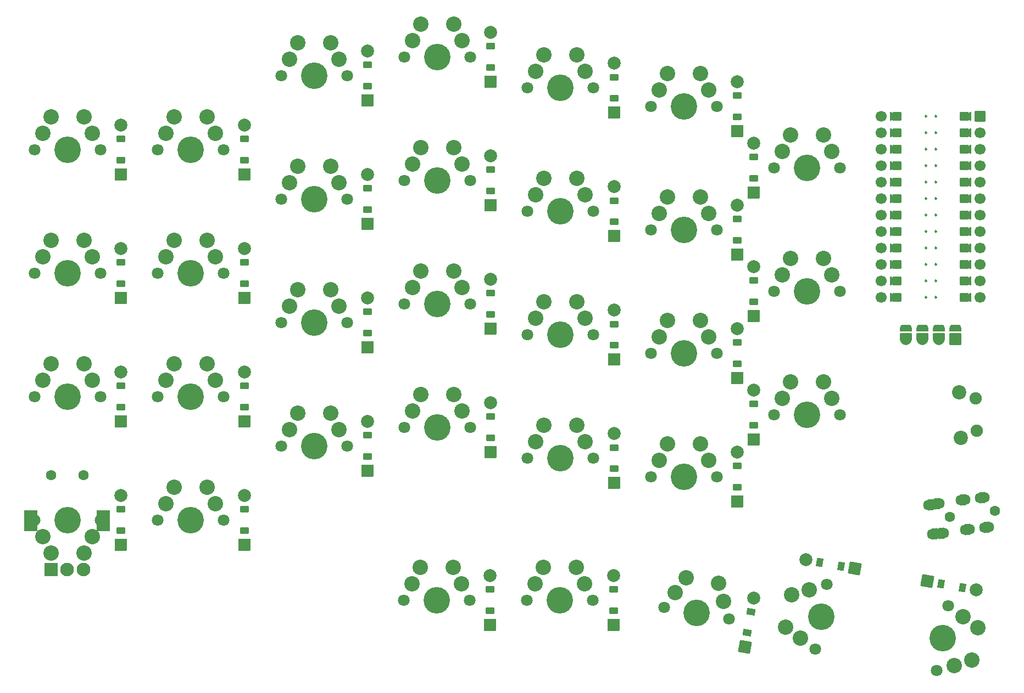
<source format=gbs>
G04 #@! TF.GenerationSoftware,KiCad,Pcbnew,6.0.5-a6ca702e91~116~ubuntu20.04.1*
G04 #@! TF.CreationDate,2022-08-09T06:44:49+00:00*
G04 #@! TF.ProjectId,spleeb,73706c65-6562-42e6-9b69-6361645f7063,v1.0.0*
G04 #@! TF.SameCoordinates,Original*
G04 #@! TF.FileFunction,Soldermask,Bot*
G04 #@! TF.FilePolarity,Negative*
%FSLAX46Y46*%
G04 Gerber Fmt 4.6, Leading zero omitted, Abs format (unit mm)*
G04 Created by KiCad (PCBNEW 6.0.5-a6ca702e91~116~ubuntu20.04.1) date 2022-08-09 06:44:49*
%MOMM*%
%LPD*%
G01*
G04 APERTURE LIST*
G04 Aperture macros list*
%AMRoundRect*
0 Rectangle with rounded corners*
0 $1 Rounding radius*
0 $2 $3 $4 $5 $6 $7 $8 $9 X,Y pos of 4 corners*
0 Add a 4 corners polygon primitive as box body*
4,1,4,$2,$3,$4,$5,$6,$7,$8,$9,$2,$3,0*
0 Add four circle primitives for the rounded corners*
1,1,$1+$1,$2,$3*
1,1,$1+$1,$4,$5*
1,1,$1+$1,$6,$7*
1,1,$1+$1,$8,$9*
0 Add four rect primitives between the rounded corners*
20,1,$1+$1,$2,$3,$4,$5,0*
20,1,$1+$1,$4,$5,$6,$7,0*
20,1,$1+$1,$6,$7,$8,$9,0*
20,1,$1+$1,$8,$9,$2,$3,0*%
%AMHorizOval*
0 Thick line with rounded ends*
0 $1 width*
0 $2 $3 position (X,Y) of the first rounded end (center of the circle)*
0 $4 $5 position (X,Y) of the second rounded end (center of the circle)*
0 Add line between two ends*
20,1,$1,$2,$3,$4,$5,0*
0 Add two circle primitives to create the rounded ends*
1,1,$1,$2,$3*
1,1,$1,$4,$5*%
%AMFreePoly0*
4,1,14,0.635355,0.435355,0.650000,0.400000,0.650000,0.200000,0.635355,0.164645,0.035355,-0.435355,0.000000,-0.450000,-0.035355,-0.435355,-0.635355,0.164645,-0.650000,0.200000,-0.650000,0.400000,-0.635355,0.435355,-0.600000,0.450000,0.600000,0.450000,0.635355,0.435355,0.635355,0.435355,$1*%
%AMFreePoly1*
4,1,16,0.635355,1.035355,0.650000,1.000000,0.650000,-0.250000,0.635355,-0.285355,0.600000,-0.300000,-0.600000,-0.300000,-0.635355,-0.285355,-0.650000,-0.250000,-0.650000,1.000000,-0.635355,1.035355,-0.600000,1.050000,-0.564645,1.035355,0.000000,0.470710,0.564645,1.035355,0.600000,1.050000,0.635355,1.035355,0.635355,1.035355,$1*%
%AMFreePoly2*
4,1,37,0.535355,0.885355,0.550000,0.850000,0.550000,-0.850000,0.535355,-0.885355,0.500000,-0.900000,0.000000,-0.900000,-0.012524,-0.894812,-0.080857,-0.893560,-0.094851,-0.891293,-0.230166,-0.849018,-0.242962,-0.842915,-0.360972,-0.764360,-0.371540,-0.754911,-0.462760,-0.646392,-0.470252,-0.634356,-0.527347,-0.504597,-0.531159,-0.490943,-0.548742,-0.356483,-0.547388,-0.356306,-0.550000,-0.350000,
-0.550000,0.350000,-0.549522,0.351153,-0.549368,0.363802,-0.527557,0.503879,-0.523412,0.517435,-0.463164,0.645760,-0.455381,0.657609,-0.361537,0.763867,-0.350741,0.773055,-0.230846,0.848703,-0.217905,0.854492,-0.081598,0.893449,-0.067552,0.895373,-0.011991,0.895033,0.000000,0.900000,0.500000,0.900000,0.535355,0.885355,0.535355,0.885355,$1*%
%AMFreePoly3*
4,1,41,0.003401,0.899884,0.118759,0.892020,0.127454,0.890651,0.305599,0.846234,0.315735,0.842505,0.480187,0.760871,0.489285,0.755052,0.632371,0.640008,0.640008,0.632371,0.755052,0.489285,0.760871,0.480187,0.842505,0.315735,0.846234,0.305599,0.890651,0.127454,0.892020,0.118759,0.899884,0.003401,0.899884,-0.003401,0.892020,-0.118759,0.890651,-0.127454,0.846234,-0.305599,
0.842505,-0.315735,0.760871,-0.480187,0.755052,-0.489285,0.640008,-0.632371,0.632371,-0.640008,0.489285,-0.755052,0.480187,-0.760871,0.315735,-0.842505,0.305599,-0.846234,0.127454,-0.890651,0.118759,-0.892020,0.003401,-0.899884,0.000000,-0.900000,-0.850000,-0.900000,-0.885355,-0.885355,-0.900000,-0.850000,-0.900000,0.850000,-0.885355,0.885355,-0.850000,0.900000,0.000000,0.900000,
0.003401,0.899884,0.003401,0.899884,$1*%
G04 Aperture macros list end*
%ADD10C,0.250000*%
%ADD11C,0.100000*%
%ADD12C,4.087800*%
%ADD13C,1.801800*%
%ADD14C,2.386000*%
%ADD15RoundRect,0.050000X-0.547352X-0.512743X0.338975X-0.669026X0.547352X0.512743X-0.338975X0.669026X0*%
%ADD16C,2.005000*%
%ADD17RoundRect,0.050000X-1.029867X-0.721121X0.721121X-1.029867X1.029867X0.721121X-0.721121X1.029867X0*%
%ADD18RoundRect,0.050000X0.600000X-0.450000X0.600000X0.450000X-0.600000X0.450000X-0.600000X-0.450000X0*%
%ADD19RoundRect,0.050000X0.889000X-0.889000X0.889000X0.889000X-0.889000X0.889000X-0.889000X-0.889000X0*%
%ADD20R,2.000000X3.200000*%
%ADD21C,1.600000*%
%ADD22RoundRect,0.050000X1.000000X-1.000000X1.000000X1.000000X-1.000000X1.000000X-1.000000X-1.000000X0*%
%ADD23C,2.100000*%
%ADD24HorizOval,1.700000X-0.297260X-0.040455X0.297260X0.040455X0*%
%ADD25C,1.700000*%
%ADD26FreePoly0,90.000000*%
%ADD27FreePoly0,270.000000*%
%ADD28RoundRect,0.050000X-0.800000X0.800000X-0.800000X-0.800000X0.800000X-0.800000X0.800000X0.800000X0*%
%ADD29FreePoly1,90.000000*%
%ADD30FreePoly1,270.000000*%
%ADD31FreePoly2,270.000000*%
%ADD32RoundRect,0.050000X-0.850000X0.850000X-0.850000X-0.850000X0.850000X-0.850000X0.850000X0.850000X0*%
%ADD33FreePoly3,270.000000*%
%ADD34C,1.900000*%
%ADD35C,2.200000*%
%ADD36RoundRect,0.050000X0.547352X0.512743X-0.338975X0.669026X-0.547352X-0.512743X0.338975X-0.669026X0*%
%ADD37RoundRect,0.050000X1.029867X0.721121X-0.721121X1.029867X-1.029867X-0.721121X0.721121X-1.029867X0*%
%ADD38RoundRect,0.050000X0.512743X-0.547352X0.669026X0.338975X-0.512743X0.547352X-0.669026X-0.338975X0*%
%ADD39RoundRect,0.050000X0.721121X-1.029867X1.029867X0.721121X-0.721121X1.029867X-1.029867X-0.721121X0*%
G04 APERTURE END LIST*
D10*
G04 #@! TO.C,MCU1*
X132413000Y52127500D02*
G75*
G03*
X132413000Y52127500I-125000J0D01*
G01*
X132413000Y57207500D02*
G75*
G03*
X132413000Y57207500I-125000J0D01*
G01*
X132413000Y49587500D02*
G75*
G03*
X132413000Y49587500I-125000J0D01*
G01*
X132413000Y62287500D02*
G75*
G03*
X132413000Y62287500I-125000J0D01*
G01*
X133937000Y57207500D02*
G75*
G03*
X133937000Y57207500I-125000J0D01*
G01*
X132413000Y39427500D02*
G75*
G03*
X132413000Y39427500I-125000J0D01*
G01*
X132413000Y44507500D02*
G75*
G03*
X132413000Y44507500I-125000J0D01*
G01*
X133937000Y34347500D02*
G75*
G03*
X133937000Y34347500I-125000J0D01*
G01*
X133937000Y52127500D02*
G75*
G03*
X133937000Y52127500I-125000J0D01*
G01*
X133937000Y62287500D02*
G75*
G03*
X133937000Y62287500I-125000J0D01*
G01*
X132413000Y59747500D02*
G75*
G03*
X132413000Y59747500I-125000J0D01*
G01*
X132413000Y36887500D02*
G75*
G03*
X132413000Y36887500I-125000J0D01*
G01*
X132413000Y34347500D02*
G75*
G03*
X132413000Y34347500I-125000J0D01*
G01*
X133937000Y41967500D02*
G75*
G03*
X133937000Y41967500I-125000J0D01*
G01*
X132413000Y41967500D02*
G75*
G03*
X132413000Y41967500I-125000J0D01*
G01*
X133937000Y54667500D02*
G75*
G03*
X133937000Y54667500I-125000J0D01*
G01*
X132413000Y47047500D02*
G75*
G03*
X132413000Y47047500I-125000J0D01*
G01*
X132413000Y54667500D02*
G75*
G03*
X132413000Y54667500I-125000J0D01*
G01*
X133937000Y49587500D02*
G75*
G03*
X133937000Y49587500I-125000J0D01*
G01*
X133937000Y36887500D02*
G75*
G03*
X133937000Y36887500I-125000J0D01*
G01*
X133937000Y39427500D02*
G75*
G03*
X133937000Y39427500I-125000J0D01*
G01*
X133937000Y44507500D02*
G75*
G03*
X133937000Y44507500I-125000J0D01*
G01*
X133937000Y59747500D02*
G75*
G03*
X133937000Y59747500I-125000J0D01*
G01*
X133937000Y47047500D02*
G75*
G03*
X133937000Y47047500I-125000J0D01*
G01*
G36*
X139146000Y56699500D02*
G01*
X138130000Y56699500D01*
X138130000Y57715500D01*
X139146000Y57715500D01*
X139146000Y56699500D01*
G37*
D11*
X139146000Y56699500D02*
X138130000Y56699500D01*
X138130000Y57715500D01*
X139146000Y57715500D01*
X139146000Y56699500D01*
G36*
X139146000Y61779500D02*
G01*
X138130000Y61779500D01*
X138130000Y62795500D01*
X139146000Y62795500D01*
X139146000Y61779500D01*
G37*
X139146000Y61779500D02*
X138130000Y61779500D01*
X138130000Y62795500D01*
X139146000Y62795500D01*
X139146000Y61779500D01*
G36*
X139146000Y36379500D02*
G01*
X138130000Y36379500D01*
X138130000Y37395500D01*
X139146000Y37395500D01*
X139146000Y36379500D01*
G37*
X139146000Y36379500D02*
X138130000Y36379500D01*
X138130000Y37395500D01*
X139146000Y37395500D01*
X139146000Y36379500D01*
G36*
X139146000Y38919500D02*
G01*
X138130000Y38919500D01*
X138130000Y39935500D01*
X139146000Y39935500D01*
X139146000Y38919500D01*
G37*
X139146000Y38919500D02*
X138130000Y38919500D01*
X138130000Y39935500D01*
X139146000Y39935500D01*
X139146000Y38919500D01*
G36*
X127970000Y51619500D02*
G01*
X126954000Y51619500D01*
X126954000Y52635500D01*
X127970000Y52635500D01*
X127970000Y51619500D01*
G37*
X127970000Y51619500D02*
X126954000Y51619500D01*
X126954000Y52635500D01*
X127970000Y52635500D01*
X127970000Y51619500D01*
G36*
X139146000Y59239500D02*
G01*
X138130000Y59239500D01*
X138130000Y60255500D01*
X139146000Y60255500D01*
X139146000Y59239500D01*
G37*
X139146000Y59239500D02*
X138130000Y59239500D01*
X138130000Y60255500D01*
X139146000Y60255500D01*
X139146000Y59239500D01*
G36*
X127970000Y38919500D02*
G01*
X126954000Y38919500D01*
X126954000Y39935500D01*
X127970000Y39935500D01*
X127970000Y38919500D01*
G37*
X127970000Y38919500D02*
X126954000Y38919500D01*
X126954000Y39935500D01*
X127970000Y39935500D01*
X127970000Y38919500D01*
G36*
X139146000Y33839500D02*
G01*
X138130000Y33839500D01*
X138130000Y34855500D01*
X139146000Y34855500D01*
X139146000Y33839500D01*
G37*
X139146000Y33839500D02*
X138130000Y33839500D01*
X138130000Y34855500D01*
X139146000Y34855500D01*
X139146000Y33839500D01*
G36*
X139146000Y43999500D02*
G01*
X138130000Y43999500D01*
X138130000Y45015500D01*
X139146000Y45015500D01*
X139146000Y43999500D01*
G37*
X139146000Y43999500D02*
X138130000Y43999500D01*
X138130000Y45015500D01*
X139146000Y45015500D01*
X139146000Y43999500D01*
G36*
X127970000Y46539500D02*
G01*
X126954000Y46539500D01*
X126954000Y47555500D01*
X127970000Y47555500D01*
X127970000Y46539500D01*
G37*
X127970000Y46539500D02*
X126954000Y46539500D01*
X126954000Y47555500D01*
X127970000Y47555500D01*
X127970000Y46539500D01*
G36*
X139146000Y41459500D02*
G01*
X138130000Y41459500D01*
X138130000Y42475500D01*
X139146000Y42475500D01*
X139146000Y41459500D01*
G37*
X139146000Y41459500D02*
X138130000Y41459500D01*
X138130000Y42475500D01*
X139146000Y42475500D01*
X139146000Y41459500D01*
G36*
X127970000Y61779500D02*
G01*
X126954000Y61779500D01*
X126954000Y62795500D01*
X127970000Y62795500D01*
X127970000Y61779500D01*
G37*
X127970000Y61779500D02*
X126954000Y61779500D01*
X126954000Y62795500D01*
X127970000Y62795500D01*
X127970000Y61779500D01*
G36*
X127970000Y54159500D02*
G01*
X126954000Y54159500D01*
X126954000Y55175500D01*
X127970000Y55175500D01*
X127970000Y54159500D01*
G37*
X127970000Y54159500D02*
X126954000Y54159500D01*
X126954000Y55175500D01*
X127970000Y55175500D01*
X127970000Y54159500D01*
G36*
X127970000Y41459500D02*
G01*
X126954000Y41459500D01*
X126954000Y42475500D01*
X127970000Y42475500D01*
X127970000Y41459500D01*
G37*
X127970000Y41459500D02*
X126954000Y41459500D01*
X126954000Y42475500D01*
X127970000Y42475500D01*
X127970000Y41459500D01*
G36*
X127970000Y59239500D02*
G01*
X126954000Y59239500D01*
X126954000Y60255500D01*
X127970000Y60255500D01*
X127970000Y59239500D01*
G37*
X127970000Y59239500D02*
X126954000Y59239500D01*
X126954000Y60255500D01*
X127970000Y60255500D01*
X127970000Y59239500D01*
G36*
X127970000Y33839500D02*
G01*
X126954000Y33839500D01*
X126954000Y34855500D01*
X127970000Y34855500D01*
X127970000Y33839500D01*
G37*
X127970000Y33839500D02*
X126954000Y33839500D01*
X126954000Y34855500D01*
X127970000Y34855500D01*
X127970000Y33839500D01*
G36*
X139146000Y51619500D02*
G01*
X138130000Y51619500D01*
X138130000Y52635500D01*
X139146000Y52635500D01*
X139146000Y51619500D01*
G37*
X139146000Y51619500D02*
X138130000Y51619500D01*
X138130000Y52635500D01*
X139146000Y52635500D01*
X139146000Y51619500D01*
G36*
X127970000Y36379500D02*
G01*
X126954000Y36379500D01*
X126954000Y37395500D01*
X127970000Y37395500D01*
X127970000Y36379500D01*
G37*
X127970000Y36379500D02*
X126954000Y36379500D01*
X126954000Y37395500D01*
X127970000Y37395500D01*
X127970000Y36379500D01*
G36*
X127970000Y49079500D02*
G01*
X126954000Y49079500D01*
X126954000Y50095500D01*
X127970000Y50095500D01*
X127970000Y49079500D01*
G37*
X127970000Y49079500D02*
X126954000Y49079500D01*
X126954000Y50095500D01*
X127970000Y50095500D01*
X127970000Y49079500D01*
G36*
X139146000Y49079500D02*
G01*
X138130000Y49079500D01*
X138130000Y50095500D01*
X139146000Y50095500D01*
X139146000Y49079500D01*
G37*
X139146000Y49079500D02*
X138130000Y49079500D01*
X138130000Y50095500D01*
X139146000Y50095500D01*
X139146000Y49079500D01*
G36*
X127970000Y56699500D02*
G01*
X126954000Y56699500D01*
X126954000Y57715500D01*
X127970000Y57715500D01*
X127970000Y56699500D01*
G37*
X127970000Y56699500D02*
X126954000Y56699500D01*
X126954000Y57715500D01*
X127970000Y57715500D01*
X127970000Y56699500D01*
G36*
X139146000Y54159500D02*
G01*
X138130000Y54159500D01*
X138130000Y55175500D01*
X139146000Y55175500D01*
X139146000Y54159500D01*
G37*
X139146000Y54159500D02*
X138130000Y54159500D01*
X138130000Y55175500D01*
X139146000Y55175500D01*
X139146000Y54159500D01*
G36*
X139146000Y46539500D02*
G01*
X138130000Y46539500D01*
X138130000Y47555500D01*
X139146000Y47555500D01*
X139146000Y46539500D01*
G37*
X139146000Y46539500D02*
X138130000Y46539500D01*
X138130000Y47555500D01*
X139146000Y47555500D01*
X139146000Y46539500D01*
G36*
X127970000Y43999500D02*
G01*
X126954000Y43999500D01*
X126954000Y45015500D01*
X127970000Y45015500D01*
X127970000Y43999500D01*
G37*
X127970000Y43999500D02*
X126954000Y43999500D01*
X126954000Y45015500D01*
X127970000Y45015500D01*
X127970000Y43999500D01*
G04 #@! TD*
D12*
G04 #@! TO.C,S18*
X76000000Y28575000D03*
D13*
X81080000Y28575000D03*
X70920000Y28575000D03*
D14*
X73460000Y33655000D03*
X78540000Y33655000D03*
X72190000Y31115000D03*
X79810000Y31115000D03*
G04 #@! TD*
D15*
G04 #@! TO.C,D32*
X134660062Y-9849416D03*
D16*
X140037113Y-10797535D03*
D15*
X137909928Y-10422454D03*
D17*
X132532877Y-9474335D03*
G04 #@! TD*
D12*
G04 #@! TO.C,S26*
X114000000Y35267500D03*
D13*
X108920000Y35267500D03*
X119080000Y35267500D03*
D14*
X116540000Y40347500D03*
X111460000Y40347500D03*
X117810000Y37807500D03*
X110190000Y37807500D03*
G04 #@! TD*
D16*
G04 #@! TO.C,D27*
X105750000Y58127500D03*
D18*
X105750000Y52667500D03*
X105750000Y55967500D03*
D19*
X105750000Y50507500D03*
G04 #@! TD*
D20*
G04 #@! TO.C,ROT1*
X-5640000Y-120000D03*
X5560000Y-120000D03*
D21*
X-2540000Y6880000D03*
X2460000Y6880000D03*
D22*
X-2540000Y-7620000D03*
D23*
X2460000Y-7620000D03*
X-40000Y-7620000D03*
G04 #@! TD*
D18*
G04 #@! TO.C,D3*
X8250000Y36450000D03*
D16*
X8250000Y41910000D03*
D19*
X8250000Y34290000D03*
D18*
X8250000Y39750000D03*
G04 #@! TD*
D16*
G04 #@! TO.C,D5*
X27250000Y3810000D03*
D18*
X27250000Y-1650000D03*
D19*
X27250000Y-3810000D03*
D18*
X27250000Y1650000D03*
G04 #@! TD*
D16*
G04 #@! TO.C,D17*
X84250000Y13335000D03*
D18*
X84250000Y7875000D03*
D19*
X84250000Y5715000D03*
D18*
X84250000Y11175000D03*
G04 #@! TD*
G04 #@! TO.C,D23*
X103250000Y43117500D03*
D16*
X103250000Y48577500D03*
D19*
X103250000Y40957500D03*
D18*
X103250000Y46417500D03*
G04 #@! TD*
D21*
G04 #@! TO.C,REF\u002A\u002A*
X142912305Y1391093D03*
X135976244Y447137D03*
D24*
X133611063Y-2195953D03*
X132990749Y2362031D03*
X134080702Y2510367D03*
X134701016Y-2047616D03*
X138044165Y3049770D03*
X138664479Y-1508213D03*
X141637077Y-1103660D03*
X141016763Y3454323D03*
G04 #@! TD*
D16*
G04 #@! TO.C,D29*
X84150000Y-8572500D03*
D18*
X84150000Y-14032500D03*
X84150000Y-10732500D03*
D19*
X84150000Y-16192500D03*
G04 #@! TD*
D16*
G04 #@! TO.C,D19*
X84250000Y51435000D03*
D18*
X84250000Y45975000D03*
X84250000Y49275000D03*
D19*
X84250000Y43815000D03*
G04 #@! TD*
D16*
G04 #@! TO.C,D11*
X46250000Y53340000D03*
D18*
X46250000Y47880000D03*
X46250000Y51180000D03*
D19*
X46250000Y45720000D03*
G04 #@! TD*
D13*
G04 #@! TO.C,S30*
X91947177Y-13500367D03*
X101952823Y-15264633D03*
D12*
X96950000Y-14382500D03*
D14*
X95330721Y-8938610D03*
X100333544Y-9820743D03*
X101143184Y-12542688D03*
X93638949Y-11219489D03*
G04 #@! TD*
D25*
G04 #@! TO.C,MCU1*
X140670000Y47047500D03*
D26*
X127208000Y44507500D03*
D25*
X140670000Y39427500D03*
D27*
X138892000Y41967500D03*
D25*
X125430000Y59747500D03*
D27*
X138892000Y54667500D03*
X138892000Y57207500D03*
D26*
X127208000Y39427500D03*
D27*
X138892000Y39427500D03*
D25*
X140670000Y36887500D03*
D27*
X138892000Y36887500D03*
D26*
X127208000Y41967500D03*
D25*
X125430000Y54667500D03*
X140670000Y59747500D03*
X125430000Y44507500D03*
D26*
X127208000Y52127500D03*
D25*
X125430000Y52127500D03*
D26*
X127208000Y34347500D03*
D25*
X140670000Y62287500D03*
X140670000Y54667500D03*
X140670000Y44507500D03*
D26*
X127208000Y59747500D03*
D27*
X138892000Y34347500D03*
D26*
X127208000Y47047500D03*
D25*
X125430000Y39427500D03*
X125430000Y36887500D03*
D26*
X127208000Y49587500D03*
D27*
X138892000Y62287500D03*
D25*
X140670000Y57207500D03*
X125430000Y41967500D03*
X140670000Y34347500D03*
D26*
X127208000Y54667500D03*
D27*
X138892000Y44507500D03*
X138892000Y59747500D03*
D25*
X140670000Y41967500D03*
D27*
X138892000Y47047500D03*
D25*
X140670000Y49587500D03*
D26*
X127208000Y36887500D03*
D27*
X138892000Y52127500D03*
D28*
X140670000Y62287500D03*
D26*
X127208000Y57207500D03*
D25*
X125430000Y57207500D03*
X140670000Y52127500D03*
X125430000Y34347500D03*
D27*
X138892000Y49587500D03*
D26*
X127208000Y62287500D03*
D25*
X125430000Y62287500D03*
X125430000Y49587500D03*
X125430000Y47047500D03*
D29*
X128224000Y62287500D03*
X128224000Y59747500D03*
X128224000Y57207500D03*
X128224000Y54667500D03*
X128224000Y52127500D03*
X128224000Y49587500D03*
X128224000Y47047500D03*
X128224000Y44507500D03*
X128224000Y41967500D03*
X128224000Y39427500D03*
X128224000Y36887500D03*
X128224000Y34347500D03*
D30*
X137876000Y34347500D03*
X137876000Y36887500D03*
X137876000Y39427500D03*
X137876000Y41967500D03*
X137876000Y44507500D03*
X137876000Y47047500D03*
X137876000Y49587500D03*
X137876000Y52127500D03*
X137876000Y54667500D03*
X137876000Y57207500D03*
X137876000Y59747500D03*
X137876000Y62287500D03*
G04 #@! TD*
D13*
G04 #@! TO.C,S17*
X81080000Y9525000D03*
X70920000Y9525000D03*
D12*
X76000000Y9525000D03*
D14*
X78540000Y14605000D03*
X73460000Y14605000D03*
X79810000Y12065000D03*
X72190000Y12065000D03*
G04 #@! TD*
D16*
G04 #@! TO.C,D22*
X103250000Y29527500D03*
D18*
X103250000Y24067500D03*
X103250000Y27367500D03*
D19*
X103250000Y21907500D03*
G04 #@! TD*
D16*
G04 #@! TO.C,D10*
X46250000Y34290000D03*
D18*
X46250000Y28830000D03*
D19*
X46250000Y26670000D03*
D18*
X46250000Y32130000D03*
G04 #@! TD*
D13*
G04 #@! TO.C,S14*
X51920000Y33337500D03*
D12*
X57000000Y33337500D03*
D13*
X62080000Y33337500D03*
D14*
X54460000Y38417500D03*
X59540000Y38417500D03*
X53190000Y35877500D03*
X60810000Y35877500D03*
G04 #@! TD*
D18*
G04 #@! TO.C,D1*
X8250000Y-1650000D03*
D16*
X8250000Y3810000D03*
D19*
X8250000Y-3810000D03*
D18*
X8250000Y1650000D03*
G04 #@! TD*
D13*
G04 #@! TO.C,S22*
X100080000Y25717500D03*
D12*
X95000000Y25717500D03*
D13*
X89920000Y25717500D03*
D14*
X92460000Y30797500D03*
X97540000Y30797500D03*
X91190000Y28257500D03*
X98810000Y28257500D03*
G04 #@! TD*
D12*
G04 #@! TO.C,S20*
X76000000Y66675000D03*
D13*
X81080000Y66675000D03*
X70920000Y66675000D03*
D14*
X73460000Y71755000D03*
X78540000Y71755000D03*
X79810000Y69215000D03*
X72190000Y69215000D03*
G04 #@! TD*
D18*
G04 #@! TO.C,D24*
X103250000Y62167500D03*
D16*
X103250000Y67627500D03*
D18*
X103250000Y65467500D03*
D19*
X103250000Y60007500D03*
G04 #@! TD*
D13*
G04 #@! TO.C,S2*
X-5080000Y19050000D03*
D12*
X0Y19050000D03*
D13*
X5080000Y19050000D03*
D14*
X-2540000Y24130000D03*
X2540000Y24130000D03*
X3810000Y21590000D03*
X-3810000Y21590000D03*
G04 #@! TD*
D12*
G04 #@! TO.C,S29*
X75900000Y-12382500D03*
D13*
X70820000Y-12382500D03*
X80980000Y-12382500D03*
D14*
X73360000Y-7302500D03*
X78440000Y-7302500D03*
X79710000Y-9842500D03*
X72090000Y-9842500D03*
G04 #@! TD*
D16*
G04 #@! TO.C,D15*
X65250000Y56197500D03*
D18*
X65250000Y50737500D03*
X65250000Y54037500D03*
D19*
X65250000Y48577500D03*
G04 #@! TD*
D31*
G04 #@! TO.C,OLED1*
X129230000Y29568500D03*
X131770000Y29568500D03*
X134310000Y29568500D03*
X136850000Y29568500D03*
D32*
X136850000Y27917500D03*
D33*
X134310000Y27917500D03*
X131770000Y27917500D03*
X129230000Y27917500D03*
G04 #@! TD*
D13*
G04 #@! TO.C,S28*
X61980000Y-12382500D03*
D12*
X56900000Y-12382500D03*
D13*
X51820000Y-12382500D03*
D14*
X54360000Y-7302500D03*
X59440000Y-7302500D03*
X53090000Y-9842500D03*
X60710000Y-9842500D03*
G04 #@! TD*
D12*
G04 #@! TO.C,S10*
X38000000Y30480000D03*
D13*
X32920000Y30480000D03*
X43080000Y30480000D03*
D14*
X40540000Y35560000D03*
X35460000Y35560000D03*
X34190000Y33020000D03*
X41810000Y33020000D03*
G04 #@! TD*
D13*
G04 #@! TO.C,S8*
X24080000Y57150000D03*
X13920000Y57150000D03*
D12*
X19000000Y57150000D03*
D14*
X16460000Y62230000D03*
X21540000Y62230000D03*
X22810000Y59690000D03*
X15190000Y59690000D03*
G04 #@! TD*
D16*
G04 #@! TO.C,D4*
X8250000Y60960000D03*
D18*
X8250000Y55500000D03*
D19*
X8250000Y53340000D03*
D18*
X8250000Y58800000D03*
G04 #@! TD*
G04 #@! TO.C,D12*
X46250000Y66930000D03*
D16*
X46250000Y72390000D03*
D19*
X46250000Y64770000D03*
D18*
X46250000Y70230000D03*
G04 #@! TD*
D16*
G04 #@! TO.C,D20*
X84250000Y70485000D03*
D18*
X84250000Y65025000D03*
D19*
X84250000Y62865000D03*
D18*
X84250000Y68325000D03*
G04 #@! TD*
D12*
G04 #@! TO.C,S23*
X95000000Y44767500D03*
D13*
X89920000Y44767500D03*
X100080000Y44767500D03*
D14*
X92460000Y49847500D03*
X97540000Y49847500D03*
X91190000Y47307500D03*
X98810000Y47307500D03*
G04 #@! TD*
D13*
G04 #@! TO.C,S9*
X43080000Y11430000D03*
D12*
X38000000Y11430000D03*
D13*
X32920000Y11430000D03*
D14*
X35460000Y16510000D03*
X40540000Y16510000D03*
X34190000Y13970000D03*
X41810000Y13970000D03*
G04 #@! TD*
D18*
G04 #@! TO.C,D21*
X103250000Y5017500D03*
D16*
X103250000Y10477500D03*
D18*
X103250000Y8317500D03*
D19*
X103250000Y2857500D03*
G04 #@! TD*
D16*
G04 #@! TO.C,D26*
X105750000Y39077500D03*
D18*
X105750000Y33617500D03*
X105750000Y36917500D03*
D19*
X105750000Y31457500D03*
G04 #@! TD*
D13*
G04 #@! TO.C,S13*
X62080000Y14287500D03*
X51920000Y14287500D03*
D12*
X57000000Y14287500D03*
D14*
X59540000Y19367500D03*
X54460000Y19367500D03*
X60810000Y16827500D03*
X53190000Y16827500D03*
G04 #@! TD*
D13*
G04 #@! TO.C,S16*
X51920000Y71437500D03*
X62080000Y71437500D03*
D12*
X57000000Y71437500D03*
D14*
X54460000Y76517500D03*
X59540000Y76517500D03*
X53190000Y73977500D03*
X60810000Y73977500D03*
G04 #@! TD*
D13*
G04 #@! TO.C,S6*
X24080000Y19050000D03*
D12*
X19000000Y19050000D03*
D13*
X13920000Y19050000D03*
D14*
X16460000Y24130000D03*
X21540000Y24130000D03*
X15190000Y21590000D03*
X22810000Y21590000D03*
G04 #@! TD*
D16*
G04 #@! TO.C,D28*
X65150000Y-8572500D03*
D18*
X65150000Y-14032500D03*
D19*
X65150000Y-16192500D03*
D18*
X65150000Y-10732500D03*
G04 #@! TD*
D34*
G04 #@! TO.C,B1*
X140136487Y13762647D03*
X139961990Y18759601D03*
D35*
X137672910Y12676008D03*
X137428613Y19671744D03*
G04 #@! TD*
D16*
G04 #@! TO.C,D31*
X113821530Y-6175020D03*
D36*
X119198581Y-7123139D03*
D37*
X121325766Y-7498220D03*
D36*
X115948715Y-6550101D03*
G04 #@! TD*
D13*
G04 #@! TO.C,S15*
X62080000Y52387500D03*
X51920000Y52387500D03*
D12*
X57000000Y52387500D03*
D14*
X59540000Y57467500D03*
X54460000Y57467500D03*
X53190000Y54927500D03*
X60810000Y54927500D03*
G04 #@! TD*
D18*
G04 #@! TO.C,D25*
X105750000Y14567500D03*
D16*
X105750000Y20027500D03*
D18*
X105750000Y17867500D03*
D19*
X105750000Y12407500D03*
G04 #@! TD*
D13*
G04 #@! TO.C,S12*
X32920000Y68580000D03*
X43080000Y68580000D03*
D12*
X38000000Y68580000D03*
D14*
X40540000Y73660000D03*
X35460000Y73660000D03*
X34190000Y71120000D03*
X41810000Y71120000D03*
G04 #@! TD*
D13*
G04 #@! TO.C,S24*
X100080000Y63817500D03*
X89920000Y63817500D03*
D12*
X95000000Y63817500D03*
D14*
X92460000Y68897500D03*
X97540000Y68897500D03*
X91190000Y66357500D03*
X98810000Y66357500D03*
G04 #@! TD*
D18*
G04 #@! TO.C,D8*
X27250000Y55500000D03*
D16*
X27250000Y60960000D03*
D19*
X27250000Y53340000D03*
D18*
X27250000Y58800000D03*
G04 #@! TD*
D13*
G04 #@! TO.C,S25*
X108920000Y16217500D03*
D12*
X114000000Y16217500D03*
D13*
X119080000Y16217500D03*
D14*
X116540000Y21297500D03*
X111460000Y21297500D03*
X110190000Y18757500D03*
X117810000Y18757500D03*
G04 #@! TD*
D13*
G04 #@! TO.C,S11*
X43080000Y49530000D03*
D12*
X38000000Y49530000D03*
D13*
X32920000Y49530000D03*
D14*
X35460000Y54610000D03*
X40540000Y54610000D03*
X41810000Y52070000D03*
X34190000Y52070000D03*
G04 #@! TD*
D16*
G04 #@! TO.C,D2*
X8250000Y22860000D03*
D18*
X8250000Y17400000D03*
D19*
X8250000Y15240000D03*
D18*
X8250000Y20700000D03*
G04 #@! TD*
D13*
G04 #@! TO.C,S21*
X89920000Y6667500D03*
X100080000Y6667500D03*
D12*
X95000000Y6667500D03*
D14*
X97540000Y11747500D03*
X92460000Y11747500D03*
X98810000Y9207500D03*
X91190000Y9207500D03*
G04 #@! TD*
D16*
G04 #@! TO.C,D6*
X27250000Y22860000D03*
D18*
X27250000Y17400000D03*
X27250000Y20700000D03*
D19*
X27250000Y15240000D03*
G04 #@! TD*
D12*
G04 #@! TO.C,S1*
X0Y0D03*
D13*
X5080000Y0D03*
X-5080000Y0D03*
D14*
X2540000Y-5080000D03*
X-2540000Y-5080000D03*
X3810000Y-2540000D03*
X-3810000Y-2540000D03*
G04 #@! TD*
D13*
G04 #@! TO.C,S27*
X108920000Y54317500D03*
D12*
X114000000Y54317500D03*
D13*
X119080000Y54317500D03*
D14*
X111460000Y59397500D03*
X116540000Y59397500D03*
X117810000Y56857500D03*
X110190000Y56857500D03*
G04 #@! TD*
D16*
G04 #@! TO.C,D14*
X65250000Y37147500D03*
D18*
X65250000Y31687500D03*
D19*
X65250000Y29527500D03*
D18*
X65250000Y34987500D03*
G04 #@! TD*
D13*
G04 #@! TO.C,S31*
X117023183Y-9958461D03*
D12*
X116141050Y-14961284D03*
D13*
X115258917Y-19964107D03*
D14*
X110697160Y-16580563D03*
X111579293Y-11577740D03*
X114301238Y-10768100D03*
X112978039Y-18272335D03*
G04 #@! TD*
D12*
G04 #@! TO.C,S5*
X19000000Y0D03*
D13*
X13920000Y0D03*
X24080000Y0D03*
D14*
X16460000Y5080000D03*
X21540000Y5080000D03*
X22810000Y2540000D03*
X15190000Y2540000D03*
G04 #@! TD*
D18*
G04 #@! TO.C,D18*
X84250000Y26925000D03*
D16*
X84250000Y32385000D03*
D19*
X84250000Y24765000D03*
D18*
X84250000Y30225000D03*
G04 #@! TD*
D13*
G04 #@! TO.C,S19*
X81080000Y47625000D03*
D12*
X76000000Y47625000D03*
D13*
X70920000Y47625000D03*
D14*
X78540000Y52705000D03*
X73460000Y52705000D03*
X79810000Y50165000D03*
X72190000Y50165000D03*
G04 #@! TD*
D16*
G04 #@! TO.C,D7*
X27250000Y41910000D03*
D18*
X27250000Y36450000D03*
D19*
X27250000Y34290000D03*
D18*
X27250000Y39750000D03*
G04 #@! TD*
D13*
G04 #@! TO.C,S32*
X133970265Y-23263422D03*
D12*
X134852398Y-18260599D03*
D13*
X135734531Y-13257776D03*
D14*
X140296288Y-16641320D03*
X139414155Y-21644143D03*
X138015409Y-14949548D03*
X136692210Y-22453783D03*
G04 #@! TD*
D16*
G04 #@! TO.C,D30*
X105736264Y-12062980D03*
D38*
X104788145Y-17440031D03*
D39*
X104413064Y-19567216D03*
D38*
X105361183Y-14190165D03*
G04 #@! TD*
D16*
G04 #@! TO.C,D13*
X65250000Y18097500D03*
D18*
X65250000Y12637500D03*
D19*
X65250000Y10477500D03*
D18*
X65250000Y15937500D03*
G04 #@! TD*
D12*
G04 #@! TO.C,S4*
X0Y57150000D03*
D13*
X-5080000Y57150000D03*
X5080000Y57150000D03*
D14*
X2540000Y62230000D03*
X-2540000Y62230000D03*
X-3810000Y59690000D03*
X3810000Y59690000D03*
G04 #@! TD*
D13*
G04 #@! TO.C,S3*
X-5080000Y38100000D03*
D12*
X0Y38100000D03*
D13*
X5080000Y38100000D03*
D14*
X-2540000Y43180000D03*
X2540000Y43180000D03*
X-3810000Y40640000D03*
X3810000Y40640000D03*
G04 #@! TD*
D13*
G04 #@! TO.C,S7*
X13920000Y38100000D03*
D12*
X19000000Y38100000D03*
D13*
X24080000Y38100000D03*
D14*
X21540000Y43180000D03*
X16460000Y43180000D03*
X15190000Y40640000D03*
X22810000Y40640000D03*
G04 #@! TD*
D16*
G04 #@! TO.C,D16*
X65250000Y75247500D03*
D18*
X65250000Y69787500D03*
X65250000Y73087500D03*
D19*
X65250000Y67627500D03*
G04 #@! TD*
D16*
G04 #@! TO.C,D9*
X46250000Y15240000D03*
D18*
X46250000Y9780000D03*
X46250000Y13080000D03*
D19*
X46250000Y7620000D03*
G04 #@! TD*
M02*

</source>
